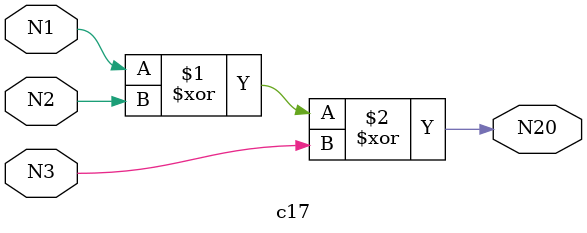
<source format=v>
module c17 (N1,N2,N3,N20);

input N1,N2,N3;

output N20;

xor AND (N20, N1, N2, N3);

endmodule

</source>
